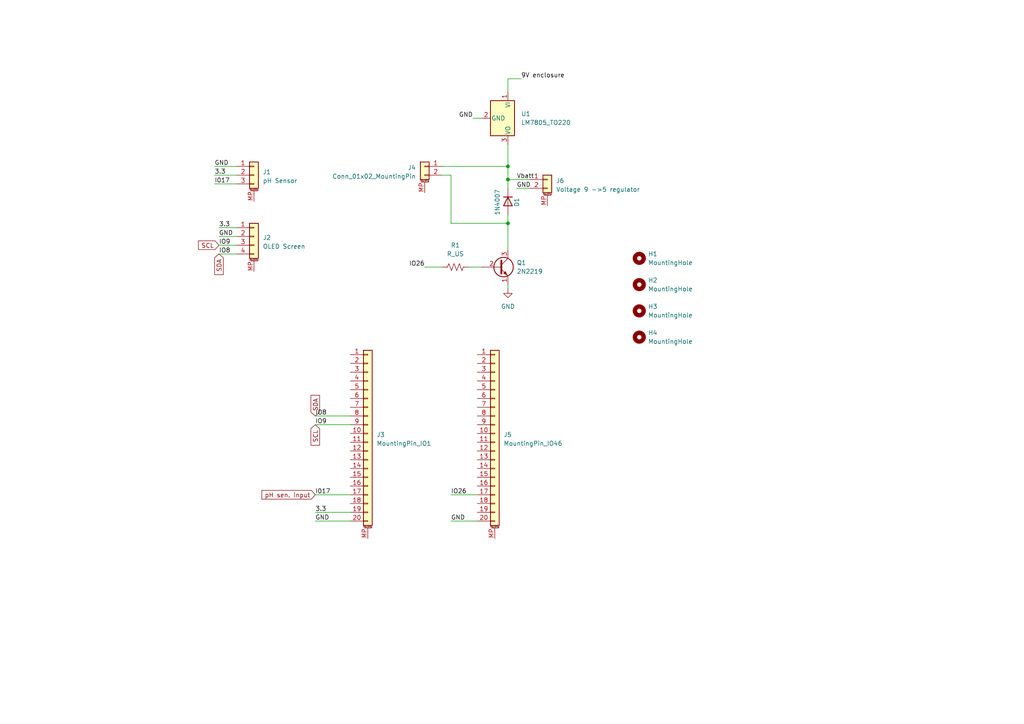
<source format=kicad_sch>
(kicad_sch (version 20231120) (generator "eeschema") (generator_version "8.0")
  (paper "A4")
  (lib_symbols
    (symbol "Connector_Generic_MountingPin:Conn_01x02_MountingPin" (pin_names (offset 1.016) hide)
      (property "Reference" "J" (at 0 2.54 0))
      (property "Value" "Conn_01x02_MountingPin" (at 1.27 -5.08 0))
      (symbol "Conn_01x02_MountingPin_1_1"
        (rectangle (start -1.27 -2.413) (end 0 -2.667) (stroke (width 0.1524)))
        (rectangle (start -1.27 0.127) (end 0 -0.127) (stroke (width 0.1524)))
        (rectangle (start -1.27 1.27) (end 1.27 -3.81) (stroke (width 0.254)) (fill (type background)))
        (polyline (pts (xy -1.016 -4.572) (xy 1.016 -4.572)) (stroke (width 0.1524)))
        (text "Mounting" (at 0 -4.191 0) (effects (font (size 0.381 0.381))))
        (pin passive line (at -5.08 0 0) (length 3.81) (name "Pin_1") (number "1"))
        (pin passive line (at -5.08 -2.54 0) (length 3.81) (name "Pin_2") (number "2"))
        (pin passive line (at 0 -7.62 90) (length 3.048) (name "MountPin") (number "MP"))
      )
    )
    (symbol "Connector_Generic_MountingPin:Conn_01x03_MountingPin" (pin_names (offset 1.016) hide)
      (property "Reference" "J" (at 0 5.08 0))
      (property "Value" "Conn_01x03_MountingPin" (at 1.27 -5.08 0))
      (symbol "Conn_01x03_MountingPin_1_1"
        (rectangle (start -1.27 -2.413) (end 0 -2.667) (stroke (width 0.1524)))
        (rectangle (start -1.27 0.127) (end 0 -0.127) (stroke (width 0.1524)))
        (rectangle (start -1.27 2.667) (end 0 2.413) (stroke (width 0.1524)))
        (rectangle (start -1.27 3.81) (end 1.27 -3.81) (stroke (width 0.254)) (fill (type background)))
        (polyline (pts (xy -1.016 -4.572) (xy 1.016 -4.572)) (stroke (width 0.1524)))
        (text "Mounting" (at 0 -4.191 0) (effects (font (size 0.381 0.381))))
        (pin passive line (at -5.08 2.54 0) (length 3.81) (name "Pin_1") (number "1"))
        (pin passive line (at -5.08 0 0) (length 3.81) (name "Pin_2") (number "2"))
        (pin passive line (at -5.08 -2.54 0) (length 3.81) (name "Pin_3") (number "3"))
        (pin passive line (at 0 -7.62 90) (length 3.048) (name "MountPin") (number "MP"))
      )
    )
    (symbol "Connector_Generic_MountingPin:Conn_01x04_MountingPin" (pin_names (offset 1.016) hide)
      (property "Reference" "J" (at 0 5.08 0))
      (property "Value" "Conn_01x04_MountingPin" (at 1.27 -7.62 0))
      (symbol "Conn_01x04_MountingPin_1_1"
        (rectangle (start -1.27 -4.953) (end 0 -5.207) (stroke (width 0.1524)))
        (rectangle (start -1.27 -2.413) (end 0 -2.667) (stroke (width 0.1524)))
        (rectangle (start -1.27 0.127) (end 0 -0.127) (stroke (width 0.1524)))
        (rectangle (start -1.27 2.667) (end 0 2.413) (stroke (width 0.1524)))
        (rectangle (start -1.27 3.81) (end 1.27 -6.35) (stroke (width 0.254)) (fill (type background)))
        (polyline (pts (xy -1.016 -7.112) (xy 1.016 -7.112)) (stroke (width 0.1524)))
        (text "Mounting" (at 0 -6.731 0) (effects (font (size 0.381 0.381))))
        (pin passive line (at -5.08 2.54 0) (length 3.81) (name "Pin_1") (number "1"))
        (pin passive line (at -5.08 0 0) (length 3.81) (name "Pin_2") (number "2"))
        (pin passive line (at -5.08 -2.54 0) (length 3.81) (name "Pin_3") (number "3"))
        (pin passive line (at -5.08 -5.08 0) (length 3.81) (name "Pin_4") (number "4"))
        (pin passive line (at 0 -10.16 90) (length 3.048) (name "MountPin") (number "MP"))
      )
    )
    (symbol "Connector_Generic_MountingPin:Conn_01x20_MountingPin" (pin_names (offset 1.016) hide)
      (property "Reference" "J" (at 0 25.4 0))
      (property "Value" "Conn_01x20_MountingPin" (at 1.27 -27.94 0))
      (symbol "Conn_01x20_MountingPin_1_1"
        (rectangle (start -1.27 -25.273) (end 0 -25.527) (stroke (width 0.1524)))
        (rectangle (start -1.27 -22.733) (end 0 -22.987) (stroke (width 0.1524)))
        (rectangle (start -1.27 -20.193) (end 0 -20.447) (stroke (width 0.1524)))
        (rectangle (start -1.27 -17.653) (end 0 -17.907) (stroke (width 0.1524)))
        (rectangle (start -1.27 -15.113) (end 0 -15.367) (stroke (width 0.1524)))
        (rectangle (start -1.27 -12.573) (end 0 -12.827) (stroke (width 0.1524)))
        (rectangle (start -1.27 -10.033) (end 0 -10.287) (stroke (width 0.1524)))
        (rectangle (start -1.27 -7.493) (end 0 -7.747) (stroke (width 0.1524)))
        (rectangle (start -1.27 -4.953) (end 0 -5.207) (stroke (width 0.1524)))
        (rectangle (start -1.27 -2.413) (end 0 -2.667) (stroke (width 0.1524)))
        (rectangle (start -1.27 0.127) (end 0 -0.127) (stroke (width 0.1524)))
        (rectangle (start -1.27 2.667) (end 0 2.413) (stroke (width 0.1524)))
        (rectangle (start -1.27 5.207) (end 0 4.953) (stroke (width 0.1524)))
        (rectangle (start -1.27 7.747) (end 0 7.493) (stroke (width 0.1524)))
        (rectangle (start -1.27 10.287) (end 0 10.033) (stroke (width 0.1524)))
        (rectangle (start -1.27 12.827) (end 0 12.573) (stroke (width 0.1524)))
        (rectangle (start -1.27 15.367) (end 0 15.113) (stroke (width 0.1524)))
        (rectangle (start -1.27 17.907) (end 0 17.653) (stroke (width 0.1524)))
        (rectangle (start -1.27 20.447) (end 0 20.193) (stroke (width 0.1524)))
        (rectangle (start -1.27 22.987) (end 0 22.733) (stroke (width 0.1524)))
        (rectangle (start -1.27 24.13) (end 1.27 -26.67) (stroke (width 0.254)) (fill (type background)))
        (polyline (pts (xy -1.016 -27.432) (xy 1.016 -27.432)) (stroke (width 0.1524)))
        (text "Mounting" (at 0 -27.051 0) (effects (font (size 0.381 0.381))))
        (pin passive line (at -5.08 22.86 0) (length 3.81) (name "Pin_1") (number "1"))
        (pin passive line (at -5.08 0 0) (length 3.81) (name "Pin_10") (number "10"))
        (pin passive line (at -5.08 -2.54 0) (length 3.81) (name "Pin_11") (number "11"))
        (pin passive line (at -5.08 -5.08 0) (length 3.81) (name "Pin_12") (number "12"))
        (pin passive line (at -5.08 -7.62 0) (length 3.81) (name "Pin_13") (number "13"))
        (pin passive line (at -5.08 -10.16 0) (length 3.81) (name "Pin_14") (number "14"))
        (pin passive line (at -5.08 -12.7 0) (length 3.81) (name "Pin_15") (number "15"))
        (pin passive line (at -5.08 -15.24 0) (length 3.81) (name "Pin_16") (number "16"))
        (pin passive line (at -5.08 -17.78 0) (length 3.81) (name "Pin_17") (number "17"))
        (pin passive line (at -5.08 -20.32 0) (length 3.81) (name "Pin_18") (number "18"))
        (pin passive line (at -5.08 -22.86 0) (length 3.81) (name "Pin_19") (number "19"))
        (pin passive line (at -5.08 20.32 0) (length 3.81) (name "Pin_2") (number "2"))
        (pin passive line (at -5.08 -25.4 0) (length 3.81) (name "Pin_20") (number "20"))
        (pin passive line (at -5.08 17.78 0) (length 3.81) (name "Pin_3") (number "3"))
        (pin passive line (at -5.08 15.24 0) (length 3.81) (name "Pin_4") (number "4"))
        (pin passive line (at -5.08 12.7 0) (length 3.81) (name "Pin_5") (number "5"))
        (pin passive line (at -5.08 10.16 0) (length 3.81) (name "Pin_6") (number "6"))
        (pin passive line (at -5.08 7.62 0) (length 3.81) (name "Pin_7") (number "7"))
        (pin passive line (at -5.08 5.08 0) (length 3.81) (name "Pin_8") (number "8"))
        (pin passive line (at -5.08 2.54 0) (length 3.81) (name "Pin_9") (number "9"))
        (pin passive line (at 0 -30.48 90) (length 3.048) (name "MountPin") (number "MP"))
      )
    )
    (symbol "Device:R_US" (pin_numbers hide) (pin_names (offset 0))
      (property "Reference" "R" (at 2.54 0 90))
      (property "Value" "R_US" (at -2.54 0 90))
      (symbol "R_US_0_1"
        (polyline (pts (xy 0 -2.286) (xy 0 -2.54)))
        (polyline (pts (xy 0 2.286) (xy 0 2.54)))
        (polyline (pts (xy 0 -0.762) (xy 1.016 -1.143) (xy 0 -1.524) (xy -1.016 -1.905) (xy 0 -2.286)))
        (polyline (pts (xy 0 0.762) (xy 1.016 0.381) (xy 0 0) (xy -1.016 -0.381) (xy 0 -0.762)))
        (polyline (pts (xy 0 2.286) (xy 1.016 1.905) (xy 0 1.524) (xy -1.016 1.143) (xy 0 0.762)))
      )
      (symbol "R_US_1_1"
        (pin passive line (at 0 3.81 270) (length 1.27) (name "~") (number "1"))
        (pin passive line (at 0 -3.81 90) (length 1.27) (name "~") (number "2"))
      )
    )
    (symbol "Diode:1N4007" (pin_numbers hide) (pin_names hide)
      (property "Reference" "D" (at 0 2.54 0))
      (property "Value" "1N4007" (at 0 -2.54 0))
      (symbol "1N4007_0_1"
        (polyline (pts (xy -1.27 1.27) (xy -1.27 -1.27)) (stroke (width 0.254)))
        (polyline (pts (xy 1.27 0) (xy -1.27 0)))
        (polyline (pts (xy 1.27 1.27) (xy 1.27 -1.27) (xy -1.27 0) (xy 1.27 1.27)) (stroke (width 0.254)))
      )
      (symbol "1N4007_1_1"
        (pin passive line (at -3.81 0 0) (length 2.54) (name "K") (number "1"))
        (pin passive line (at 3.81 0 180) (length 2.54) (name "A") (number "2"))
      )
    )
    (symbol "Mechanical:MountingHole" (pin_names (offset 1.016)) (exclude_from_sim yes) (in_bom no)
      (property "Reference" "H" (at 0 5.08 0))
      (property "Value" "MountingHole" (at 0 3.175 0))
      (symbol "MountingHole_0_1"
        (circle (center 0 0) (radius 1.27) (stroke (width 1.27)))
      )
    )
    (symbol "Regulator_Linear:LM7805_TO220" (pin_names (offset 0.254))
      (property "Reference" "U" (at -3.81 3.175 0))
      (property "Value" "LM7805_TO220" (at 0 3.175 0))
      (symbol "LM7805_TO220_0_1"
        (rectangle (start -5.08 1.905) (end 5.08 -5.08) (stroke (width 0.254)) (fill (type background)))
      )
      (symbol "LM7805_TO220_1_1"
        (pin power_in line (at -7.62 0 0) (length 2.54) (name "VI") (number "1"))
        (pin power_in line (at 0 -7.62 90) (length 2.54) (name "GND") (number "2"))
        (pin power_out line (at 7.62 0 180) (length 2.54) (name "VO") (number "3"))
      )
    )
    (symbol "Transistor_BJT:2N2219" (pin_names (offset 0) hide)
      (property "Reference" "Q" (at 5.08 1.905 0))
      (property "Value" "2N2219" (at 5.08 0 0))
      (symbol "2N2219_0_1"
        (polyline (pts (xy 0.635 0.635) (xy 2.54 2.54)))
        (polyline (pts (xy 0.635 -0.635) (xy 2.54 -2.54) (xy 2.54 -2.54)))
        (polyline (pts (xy 0.635 1.905) (xy 0.635 -1.905) (xy 0.635 -1.905)) (stroke (width 0.508)))
        (polyline (pts (xy 1.27 -1.778) (xy 1.778 -1.27) (xy 2.286 -2.286) (xy 1.27 -1.778) (xy 1.27 -1.778)) (fill (type outline)))
        (circle (center 1.27 0) (radius 2.8194) (stroke (width 0.254)))
      )
      (symbol "2N2219_1_1"
        (pin passive line (at 2.54 -5.08 90) (length 2.54) (name "E") (number "1"))
        (pin passive line (at -5.08 0 0) (length 5.715) (name "B") (number "2"))
        (pin passive line (at 2.54 5.08 270) (length 2.54) (name "C") (number "3"))
      )
    )
    (symbol "power:GND" (power) (pin_numbers hide) (pin_names (offset 0) hide)
      (property "Value" "GND" (at 0 -3.81 0))
      (symbol "GND_0_1"
        (polyline (pts (xy 0 0) (xy 0 -1.27) (xy 1.27 -1.27) (xy 0 -2.54) (xy -1.27 -1.27) (xy 0 -1.27)))
      )
      (symbol "GND_1_1"
        (pin power_in line (at 0 0 270) (length 0) (name "~") (number "1"))
      )
    )
  )
  (junction (at 147.32 48.26))
  (junction (at 147.32 52.07))
  (junction (at 147.32 64.77))
  (wire (pts (xy 147.32 83.82) (xy 147.32 82.55)))
  (wire (pts (xy 147.32 22.86) (xy 151.13 22.86)))
  (wire (pts (xy 128.27 48.26) (xy 147.32 48.26)))
  (wire (pts (xy 130.81 64.77) (xy 147.32 64.77)))
  (wire (pts (xy 91.44 151.13) (xy 101.6 151.13)))
  (wire (pts (xy 147.32 26.67) (xy 147.32 22.86)))
  (wire (pts (xy 63.5 73.66) (xy 68.58 73.66)))
  (wire (pts (xy 147.32 62.23) (xy 147.32 64.77)))
  (wire (pts (xy 62.23 53.34) (xy 68.58 53.34)))
  (wire (pts (xy 147.32 64.77) (xy 147.32 72.39)))
  (wire (pts (xy 149.86 54.61) (xy 153.67 54.61)))
  (wire (pts (xy 147.32 48.26) (xy 147.32 52.07)))
  (wire (pts (xy 137.16 34.29) (xy 139.7 34.29)))
  (wire (pts (xy 63.5 66.04) (xy 68.58 66.04)))
  (wire (pts (xy 63.5 71.12) (xy 68.58 71.12)))
  (wire (pts (xy 147.32 41.91) (xy 147.32 48.26)))
  (wire (pts (xy 135.89 77.47) (xy 139.7 77.47)))
  (wire (pts (xy 147.32 52.07) (xy 147.32 54.61)))
  (wire (pts (xy 123.19 77.47) (xy 128.27 77.47)))
  (wire (pts (xy 91.44 120.65) (xy 101.6 120.65)))
  (wire (pts (xy 62.23 50.8) (xy 68.58 50.8)))
  (wire (pts (xy 130.81 151.13) (xy 138.43 151.13)))
  (wire (pts (xy 91.44 123.19) (xy 101.6 123.19)))
  (wire (pts (xy 91.44 143.51) (xy 101.6 143.51)))
  (wire (pts (xy 91.44 148.59) (xy 101.6 148.59)))
  (wire (pts (xy 130.81 50.8) (xy 130.81 64.77)))
  (wire (pts (xy 62.23 48.26) (xy 68.58 48.26)))
  (wire (pts (xy 128.27 50.8) (xy 130.81 50.8)))
  (wire (pts (xy 147.32 52.07) (xy 153.67 52.07)))
  (wire (pts (xy 130.81 143.51) (xy 138.43 143.51)))
  (wire (pts (xy 63.5 68.58) (xy 68.58 68.58)))
  (label "GND" (at 149.86 54.61 0))
  (label "GND" (at 137.16 34.29 180))
  (label "IO26" (at 130.81 143.51 0))
  (label "GND" (at 62.23 48.26 0))
  (label "IO26" (at 123.19 77.47 180))
  (label "IO9" (at 91.44 123.19 0))
  (label "IO8" (at 91.44 120.65 0))
  (label "3.3" (at 91.44 148.59 0))
  (label "GND" (at 91.44 151.13 0))
  (label "9V enclosure" (at 151.13 22.86 0))
  (label "IO9" (at 63.5 71.12 0))
  (label "GND" (at 63.5 68.58 0))
  (label "I017" (at 91.44 143.51 0))
  (label "GND" (at 130.81 151.13 0))
  (label "3.3" (at 63.5 66.04 0))
  (label "3.3" (at 62.23 50.8 0))
  (label "IO8" (at 63.5 73.66 0))
  (label "Vbatt" (at 149.86 52.07 0))
  (label "I017" (at 62.23 53.34 0))
  (global_label "pH sen. input" (shape input) (at 91.44 143.51 180) (property "Intersheetrefs" "${INTERSHEET_REFS}" (effects (hide yes))))
  (global_label "SDA" (shape input) (at 91.44 120.65 90) (property "Intersheetrefs" "${INTERSHEET_REFS}" (effects (hide yes))))
  (global_label "SCL" (shape input) (at 91.44 123.19 270) (property "Intersheetrefs" "${INTERSHEET_REFS}" (effects (hide yes))))
  (global_label "SDA" (shape input) (at 63.5 73.66 270) (property "Intersheetrefs" "${INTERSHEET_REFS}" (effects (hide yes))))
  (global_label "SCL" (shape input) (at 63.5 71.12 180) (property "Intersheetrefs" "${INTERSHEET_REFS}" (effects (hide yes))))
  (symbol (lib_id "Mechanical:MountingHole") (at 185.42 90.17 0) (unit 1) (exclude_from_sim yes) (in_bom no)
    (property "Reference" "H3" (at 187.96 88.8999 0) (effects (justify left)))
    (property "Value" "MountingHole" (at 187.96 91.4399 0) (effects (justify left)))
    (property "Footprint" "MountingHole:MountingHole_3.2mm_M3_ISO7380_Pad_TopBottom" (effects (hide yes)))
    (property "Description" "Mounting Hole without connection" (effects (hide yes)))
  )
  (symbol (lib_id "Regulator_Linear:LM7805_TO220") (at 147.32 34.29 270) (unit 1)
    (property "Reference" "U1" (at 151.13 33.0199 90) (effects (justify left)))
    (property "Value" "LM7805_TO220" (at 151.13 35.5599 90) (effects (justify left)))
    (property "Footprint" "Package_TO_SOT_THT:TO-220-3_Vertical" (effects (hide yes)))
    (property "Datasheet" "https://www.onsemi.cn/PowerSolutions/document/MC7800-D.PDF" (effects (hide yes)))
    (property "Description" "Positive 1A 35V Linear Regulator, Fixed Output 5V, TO-220" (effects (hide yes)))
  )
  (symbol (lib_id "Connector_Generic_MountingPin:Conn_01x02_MountingPin") (at 158.75 52.07 0) (unit 1)
    (property "Reference" "J6" (at 161.29 52.4255 0) (effects (justify left)))
    (property "Value" "Voltage 9 ->5 regulator" (at 161.29 54.9655 0) (effects (justify left)))
    (property "Footprint" "Connector_PinHeader_2.54mm:PinHeader_1x02_P2.54mm_Vertical" (effects (hide yes)))
    (property "Description" "Generic connectable mounting pin connector, single row, 01x02, script generated (kicad-library-utils/schlib/autogen/connector/)" (effects (hide yes)))
  )
  (symbol (lib_id "Connector_Generic_MountingPin:Conn_01x02_MountingPin") (at 123.19 48.26 0) (mirror y) (unit 1)
    (property "Reference" "J4" (at 120.65 48.6155 0) (effects (justify left)))
    (property "Value" "Conn_01x02_MountingPin" (at 120.65 51.1555 0) (effects (justify left)))
    (property "Footprint" "Connector_PinHeader_2.54mm:PinHeader_1x02_P2.54mm_Vertical" (effects (hide yes)))
    (property "Description" "Generic connectable mounting pin connector, single row, 01x02, script generated (kicad-library-utils/schlib/autogen/connector/)" (effects (hide yes)))
  )
  (symbol (lib_id "Transistor_BJT:2N2219") (at 144.78 77.47 0) (unit 1)
    (property "Reference" "Q1" (at 149.86 76.1999 0) (effects (justify left)))
    (property "Value" "2N2219" (at 149.86 78.7399 0) (effects (justify left)))
    (property "Footprint" "Package_TO_SOT_THT:TO-39-3" (effects (hide yes)))
    (property "Datasheet" "http://www.onsemi.com/pub_link/Collateral/2N2219-D.PDF" (effects (hide yes)))
    (property "Description" "800mA Ic, 50V Vce, NPN Transistor, TO-39" (effects (hide yes)))
  )
  (symbol (lib_id "Connector_Generic_MountingPin:Conn_01x03_MountingPin") (at 73.66 50.8 0) (unit 1)
    (property "Reference" "J1" (at 76.2 49.8855 0) (effects (justify left)))
    (property "Value" "pH Sensor" (at 76.2 52.4255 0) (effects (justify left)))
    (property "Footprint" "Connector_PinHeader_2.54mm:PinHeader_1x03_P2.54mm_Vertical" (effects (hide yes)))
    (property "Description" "Generic connectable mounting pin connector, single row, 01x03, script generated (kicad-library-utils/schlib/autogen/connector/)" (effects (hide yes)))
  )
  (symbol (lib_id "Mechanical:MountingHole") (at 185.42 97.79 0) (unit 1) (exclude_from_sim yes) (in_bom no)
    (property "Reference" "H4" (at 187.96 96.5199 0) (effects (justify left)))
    (property "Value" "MountingHole" (at 187.96 99.0599 0) (effects (justify left)))
    (property "Footprint" "MountingHole:MountingHole_3.2mm_M3_ISO7380_Pad_TopBottom" (effects (hide yes)))
    (property "Description" "Mounting Hole without connection" (effects (hide yes)))
  )
  (symbol (lib_id "Device:R_US") (at 132.08 77.47 90) (unit 1)
    (property "Reference" "R1" (at 132.08 71.12 90))
    (property "Value" "R_US" (at 132.08 73.66 90))
    (property "Footprint" "Resistor_SMD:R_2512_6332Metric" (effects (hide yes)))
    (property "Description" "Resistor, US symbol" (effects (hide yes)))
  )
  (symbol (lib_id "Diode:1N4007") (at 147.32 58.42 270) (unit 1)
    (property "Reference" "D1" (at 149.86 58.674 0))
    (property "Value" "1N4007" (at 144.272 58.674 0))
    (property "Footprint" "Diode_THT:D_DO-41_SOD81_P10.16mm_Horizontal" (effects (hide yes)))
    (property "Datasheet" "http://www.vishay.com/docs/88503/1n4001.pdf" (effects (hide yes)))
    (property "Description" "1000V 1A General Purpose Rectifier Diode, DO-41" (effects (hide yes)))
    (property "Sim.Device" "D" (effects (hide yes)))
    (property "Sim.Pins" "1=K 2=A" (effects (hide yes)))
  )
  (symbol (lib_id "Mechanical:MountingHole") (at 185.42 82.55 0) (unit 1) (exclude_from_sim yes) (in_bom no)
    (property "Reference" "H2" (at 187.96 81.2799 0) (effects (justify left)))
    (property "Value" "MountingHole" (at 187.96 83.8199 0) (effects (justify left)))
    (property "Footprint" "MountingHole:MountingHole_3.2mm_M3_ISO7380_Pad_TopBottom" (effects (hide yes)))
    (property "Description" "Mounting Hole without connection" (effects (hide yes)))
  )
  (symbol (lib_id "Connector_Generic_MountingPin:Conn_01x04_MountingPin") (at 73.66 68.58 0) (unit 1)
    (property "Reference" "J2" (at 76.2 68.9355 0) (effects (justify left)))
    (property "Value" "OLED Screen" (at 76.2 71.4755 0) (effects (justify left)))
    (property "Footprint" "Connector_PinHeader_2.54mm:PinHeader_1x04_P2.54mm_Vertical" (effects (hide yes)))
    (property "Description" "Generic connectable mounting pin connector, single row, 01x04, script generated (kicad-library-utils/schlib/autogen/connector/)" (effects (hide yes)))
  )
  (symbol (lib_id "Connector_Generic_MountingPin:Conn_01x20_MountingPin") (at 106.68 125.73 0) (unit 1)
    (property "Reference" "J3" (at 109.22 126.0855 0) (effects (justify left)))
    (property "Value" "MountingPin_IO1" (at 109.22 128.6255 0) (effects (justify left)))
    (property "Footprint" "Connector_PinHeader_2.54mm:PinHeader_1x20_P2.54mm_Vertical" (effects (hide yes)))
    (property "Description" "Generic connectable mounting pin connector, single row, 01x20, script generated (kicad-library-utils/schlib/autogen/connector/)" (effects (hide yes)))
  )
  (symbol (lib_id "power:GND") (at 147.32 83.82 0) (unit 1)
    (property "Reference" "#PWR01" (effects (hide yes)))
    (property "Value" "GND" (at 147.32 88.9 0))
    (property "Description" "Power symbol creates a global label with name \"GND\" , ground" (effects (hide yes)))
  )
  (symbol (lib_id "Mechanical:MountingHole") (at 185.42 74.93 0) (unit 1) (exclude_from_sim yes) (in_bom no)
    (property "Reference" "H1" (at 187.96 73.6599 0) (effects (justify left)))
    (property "Value" "MountingHole" (at 187.96 76.1999 0) (effects (justify left)))
    (property "Footprint" "MountingHole:MountingHole_3.2mm_M3_ISO7380_Pad_TopBottom" (effects (hide yes)))
    (property "Description" "Mounting Hole without connection" (effects (hide yes)))
  )
  (symbol (lib_id "Connector_Generic_MountingPin:Conn_01x20_MountingPin") (at 143.51 125.73 0) (unit 1)
    (property "Reference" "J5" (at 146.05 126.0855 0) (effects (justify left)))
    (property "Value" "MountingPin_IO46" (at 146.05 128.6255 0) (effects (justify left)))
    (property "Footprint" "Connector_PinHeader_2.54mm:PinHeader_1x20_P2.54mm_Vertical" (effects (hide yes)))
    (property "Description" "Generic connectable mounting pin connector, single row, 01x20, script generated (kicad-library-utils/schlib/autogen/connector/)" (effects (hide yes)))
  )
)
</source>
